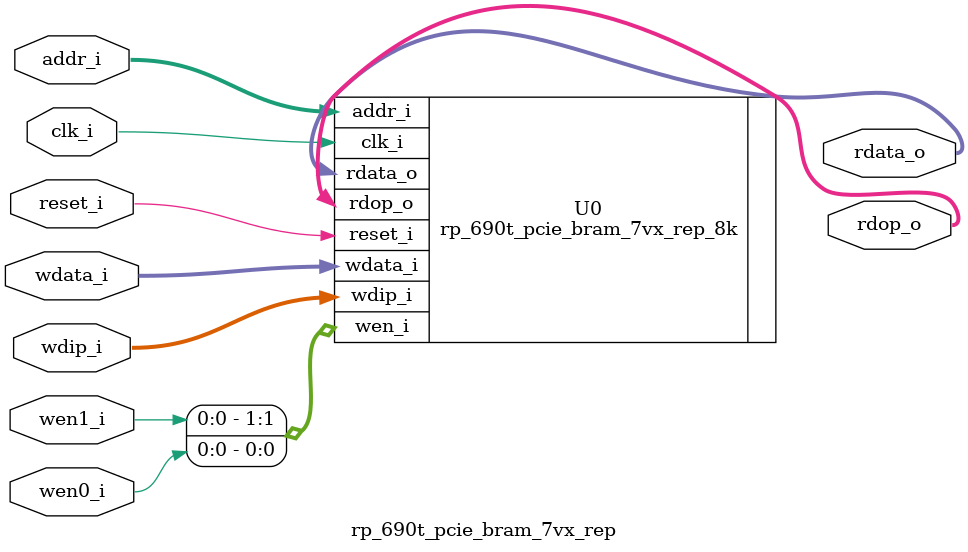
<source format=v>

`timescale 1ps/1ps

module rp_690t_pcie_bram_7vx_rep #(

  parameter IMPL_TARGET = "HARD",         // the implementation target, HARD or SOFT
  parameter NO_DECODE_LOGIC = "TRUE",     // No decode logic, TRUE or FALSE
  parameter INTERFACE_SPEED = "500 MHZ",  // the memory interface speed, 500 MHz or 250 MHz.
  parameter COMPLETION_SPACE = "16 KB"    // the completion FIFO spec, 8KB or 16KB

) (
  input               clk_i,     // user clock
  input               reset_i,   // bram reset

  input    [8:0]      addr_i,    // write address
  input  [127:0]      wdata_i,   // write data
  input   [15:0]      wdip_i,    // write parity
  input               wen0_i,    // write enable
  input               wen1_i,    // write enable

  output [127:0]      rdata_o,   // read data
  output  [15:0]      rdop_o     // read parity

);


  rp_690t_pcie_bram_7vx_rep_8k # (

    .IMPL_TARGET(IMPL_TARGET),
    .NO_DECODE_LOGIC(NO_DECODE_LOGIC),
    .INTERFACE_SPEED(INTERFACE_SPEED),
    .COMPLETION_SPACE(COMPLETION_SPACE)


  )
  U0
  (
    .clk_i              (clk_i),
    .reset_i            (reset_i),

    .addr_i             (addr_i[8:0]),
    .wdata_i            (wdata_i[127:0]),
    .wdip_i             (wdip_i[15:0]),
    .wen_i              ({wen1_i, wen0_i}),

    .rdata_o            (rdata_o[127:0]),
    .rdop_o             (rdop_o[15:0])

  );

endmodule // pcie_bram_7x_rep

</source>
